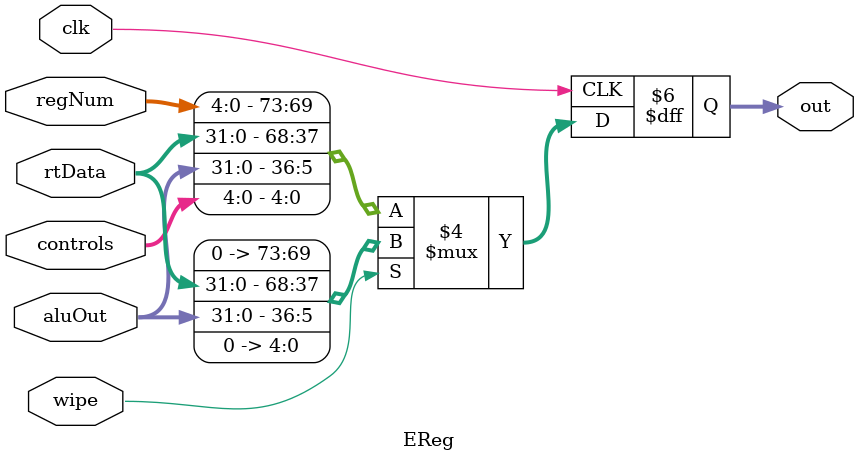
<source format=v>
module EReg(
	input [4:0]controls,
	input [31:0]aluOut,
	input [31:0]rtData,
	input [4:0]regNum,
	input clk,
	input wipe,
	output reg [73:0]out);

	always @(negedge clk) begin
		if(wipe==1) begin
			out<={5'b00000, rtData, aluOut, 5'b00000};//add $0, $0, $0
		end
		else begin
			out<={regNum, rtData, aluOut, controls};
		end
	end

endmodule
</source>
